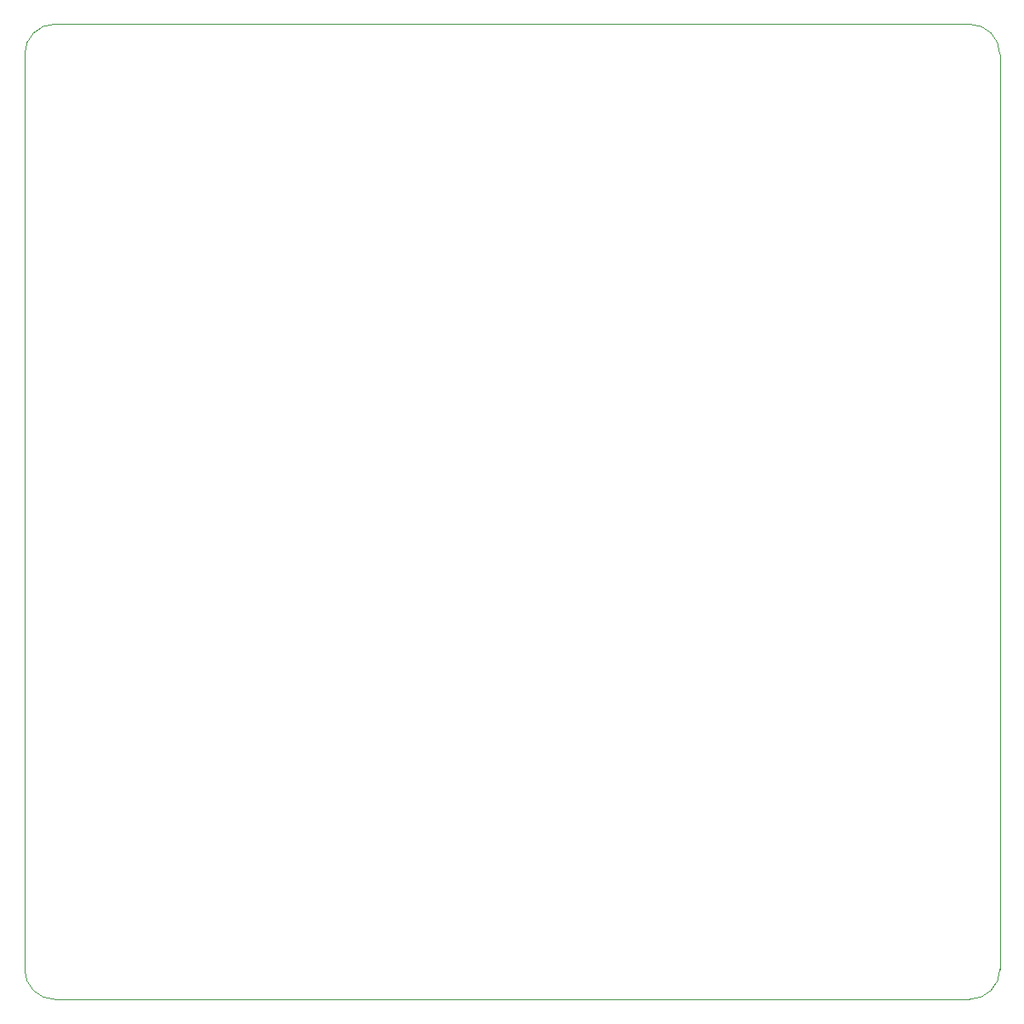
<source format=gbr>
%TF.GenerationSoftware,KiCad,Pcbnew,(5.1.12)-1*%
%TF.CreationDate,2024-04-15T13:07:49-04:00*%
%TF.ProjectId,QO100_TX,514f3130-305f-4545-982e-6b696361645f,rev?*%
%TF.SameCoordinates,Original*%
%TF.FileFunction,Profile,NP*%
%FSLAX46Y46*%
G04 Gerber Fmt 4.6, Leading zero omitted, Abs format (unit mm)*
G04 Created by KiCad (PCBNEW (5.1.12)-1) date 2024-04-15 13:07:49*
%MOMM*%
%LPD*%
G01*
G04 APERTURE LIST*
%TA.AperFunction,Profile*%
%ADD10C,0.050000*%
%TD*%
G04 APERTURE END LIST*
D10*
X55000000Y-222000000D02*
X55000000Y-131000000D01*
X149000000Y-225000000D02*
X58000000Y-225000000D01*
X152000000Y-131000000D02*
X152000000Y-222000000D01*
X58000000Y-128000000D02*
X149000000Y-128000000D01*
X58000000Y-225000000D02*
G75*
G02*
X55000000Y-222000000I0J3000000D01*
G01*
X152000000Y-222000000D02*
G75*
G02*
X149000000Y-225000000I-3000000J0D01*
G01*
X149000000Y-128000000D02*
G75*
G02*
X152000000Y-131000000I0J-3000000D01*
G01*
X55000000Y-131000000D02*
G75*
G02*
X58000000Y-128000000I3000000J0D01*
G01*
M02*

</source>
